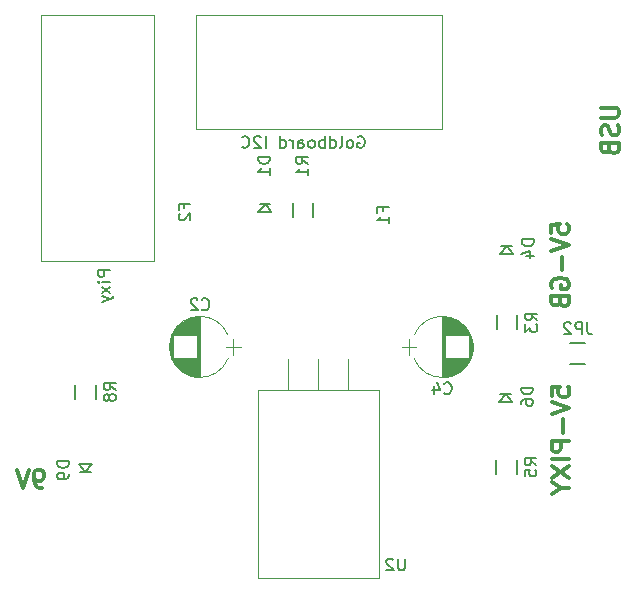
<source format=gbr>
G04 #@! TF.FileFunction,Legend,Bot*
%FSLAX46Y46*%
G04 Gerber Fmt 4.6, Leading zero omitted, Abs format (unit mm)*
G04 Created by KiCad (PCBNEW 4.0.7-e2-6376~58~ubuntu16.04.1) date Thu Nov  2 10:40:48 2017*
%MOMM*%
%LPD*%
G01*
G04 APERTURE LIST*
%ADD10C,0.100000*%
%ADD11C,0.300000*%
%ADD12C,0.120000*%
%ADD13C,0.150000*%
G04 APERTURE END LIST*
D10*
D11*
X150867571Y-109460943D02*
X152081857Y-109460943D01*
X152224714Y-109532371D01*
X152296143Y-109603800D01*
X152367571Y-109746657D01*
X152367571Y-110032371D01*
X152296143Y-110175229D01*
X152224714Y-110246657D01*
X152081857Y-110318086D01*
X150867571Y-110318086D01*
X152296143Y-110960943D02*
X152367571Y-111175229D01*
X152367571Y-111532372D01*
X152296143Y-111675229D01*
X152224714Y-111746658D01*
X152081857Y-111818086D01*
X151939000Y-111818086D01*
X151796143Y-111746658D01*
X151724714Y-111675229D01*
X151653286Y-111532372D01*
X151581857Y-111246658D01*
X151510429Y-111103800D01*
X151439000Y-111032372D01*
X151296143Y-110960943D01*
X151153286Y-110960943D01*
X151010429Y-111032372D01*
X150939000Y-111103800D01*
X150867571Y-111246658D01*
X150867571Y-111603800D01*
X150939000Y-111818086D01*
X151581857Y-112960943D02*
X151653286Y-113175229D01*
X151724714Y-113246657D01*
X151867571Y-113318086D01*
X152081857Y-113318086D01*
X152224714Y-113246657D01*
X152296143Y-113175229D01*
X152367571Y-113032371D01*
X152367571Y-112460943D01*
X150867571Y-112460943D01*
X150867571Y-112960943D01*
X150939000Y-113103800D01*
X151010429Y-113175229D01*
X151153286Y-113246657D01*
X151296143Y-113246657D01*
X151439000Y-113175229D01*
X151510429Y-113103800D01*
X151581857Y-112960943D01*
X151581857Y-112460943D01*
X146676571Y-120069515D02*
X146676571Y-119355229D01*
X147390857Y-119283800D01*
X147319429Y-119355229D01*
X147248000Y-119498086D01*
X147248000Y-119855229D01*
X147319429Y-119998086D01*
X147390857Y-120069515D01*
X147533714Y-120140943D01*
X147890857Y-120140943D01*
X148033714Y-120069515D01*
X148105143Y-119998086D01*
X148176571Y-119855229D01*
X148176571Y-119498086D01*
X148105143Y-119355229D01*
X148033714Y-119283800D01*
X146676571Y-120569514D02*
X148176571Y-121069514D01*
X146676571Y-121569514D01*
X147605143Y-122069514D02*
X147605143Y-123212371D01*
X146748000Y-124712371D02*
X146676571Y-124569514D01*
X146676571Y-124355228D01*
X146748000Y-124140943D01*
X146890857Y-123998085D01*
X147033714Y-123926657D01*
X147319429Y-123855228D01*
X147533714Y-123855228D01*
X147819429Y-123926657D01*
X147962286Y-123998085D01*
X148105143Y-124140943D01*
X148176571Y-124355228D01*
X148176571Y-124498085D01*
X148105143Y-124712371D01*
X148033714Y-124783800D01*
X147533714Y-124783800D01*
X147533714Y-124498085D01*
X147390857Y-125926657D02*
X147462286Y-126140943D01*
X147533714Y-126212371D01*
X147676571Y-126283800D01*
X147890857Y-126283800D01*
X148033714Y-126212371D01*
X148105143Y-126140943D01*
X148176571Y-125998085D01*
X148176571Y-125426657D01*
X146676571Y-125426657D01*
X146676571Y-125926657D01*
X146748000Y-126069514D01*
X146819429Y-126140943D01*
X146962286Y-126212371D01*
X147105143Y-126212371D01*
X147248000Y-126140943D01*
X147319429Y-126069514D01*
X147390857Y-125926657D01*
X147390857Y-125426657D01*
X146701971Y-133862630D02*
X146701971Y-133148344D01*
X147416257Y-133076915D01*
X147344829Y-133148344D01*
X147273400Y-133291201D01*
X147273400Y-133648344D01*
X147344829Y-133791201D01*
X147416257Y-133862630D01*
X147559114Y-133934058D01*
X147916257Y-133934058D01*
X148059114Y-133862630D01*
X148130543Y-133791201D01*
X148201971Y-133648344D01*
X148201971Y-133291201D01*
X148130543Y-133148344D01*
X148059114Y-133076915D01*
X146701971Y-134362629D02*
X148201971Y-134862629D01*
X146701971Y-135362629D01*
X147630543Y-135862629D02*
X147630543Y-137005486D01*
X148201971Y-137719772D02*
X146701971Y-137719772D01*
X146701971Y-138291200D01*
X146773400Y-138434058D01*
X146844829Y-138505486D01*
X146987686Y-138576915D01*
X147201971Y-138576915D01*
X147344829Y-138505486D01*
X147416257Y-138434058D01*
X147487686Y-138291200D01*
X147487686Y-137719772D01*
X148201971Y-139219772D02*
X146701971Y-139219772D01*
X146701971Y-139791201D02*
X148201971Y-140791201D01*
X146701971Y-140791201D02*
X148201971Y-139791201D01*
X147487686Y-141648343D02*
X148201971Y-141648343D01*
X146701971Y-141148343D02*
X147487686Y-141648343D01*
X146701971Y-142148343D01*
X103570171Y-141623371D02*
X103284456Y-141623371D01*
X103141599Y-141551943D01*
X103070171Y-141480514D01*
X102927313Y-141266229D01*
X102855885Y-140980514D01*
X102855885Y-140409086D01*
X102927313Y-140266229D01*
X102998742Y-140194800D01*
X103141599Y-140123371D01*
X103427313Y-140123371D01*
X103570171Y-140194800D01*
X103641599Y-140266229D01*
X103713028Y-140409086D01*
X103713028Y-140766229D01*
X103641599Y-140909086D01*
X103570171Y-140980514D01*
X103427313Y-141051943D01*
X103141599Y-141051943D01*
X102998742Y-140980514D01*
X102927313Y-140909086D01*
X102855885Y-140766229D01*
X102427314Y-140123371D02*
X101927314Y-141623371D01*
X101427314Y-140123371D01*
D12*
X114514137Y-128736600D02*
G75*
G02X119308436Y-128738000I2396863J-981400D01*
G01*
X114514137Y-130699400D02*
G75*
G03X119308436Y-130698000I2396863J981400D01*
G01*
X114514137Y-130699400D02*
G75*
G02X114513564Y-128738000I2396863J981400D01*
G01*
X116911000Y-127168000D02*
X116911000Y-132268000D01*
X116871000Y-127168000D02*
X116871000Y-132268000D01*
X116831000Y-127169000D02*
X116831000Y-132267000D01*
X116791000Y-127170000D02*
X116791000Y-132266000D01*
X116751000Y-127172000D02*
X116751000Y-132264000D01*
X116711000Y-127175000D02*
X116711000Y-132261000D01*
X116671000Y-127179000D02*
X116671000Y-132257000D01*
X116631000Y-127183000D02*
X116631000Y-128738000D01*
X116631000Y-130698000D02*
X116631000Y-132253000D01*
X116591000Y-127187000D02*
X116591000Y-128738000D01*
X116591000Y-130698000D02*
X116591000Y-132249000D01*
X116551000Y-127193000D02*
X116551000Y-128738000D01*
X116551000Y-130698000D02*
X116551000Y-132243000D01*
X116511000Y-127199000D02*
X116511000Y-128738000D01*
X116511000Y-130698000D02*
X116511000Y-132237000D01*
X116471000Y-127205000D02*
X116471000Y-128738000D01*
X116471000Y-130698000D02*
X116471000Y-132231000D01*
X116431000Y-127212000D02*
X116431000Y-128738000D01*
X116431000Y-130698000D02*
X116431000Y-132224000D01*
X116391000Y-127220000D02*
X116391000Y-128738000D01*
X116391000Y-130698000D02*
X116391000Y-132216000D01*
X116351000Y-127229000D02*
X116351000Y-128738000D01*
X116351000Y-130698000D02*
X116351000Y-132207000D01*
X116311000Y-127238000D02*
X116311000Y-128738000D01*
X116311000Y-130698000D02*
X116311000Y-132198000D01*
X116271000Y-127248000D02*
X116271000Y-128738000D01*
X116271000Y-130698000D02*
X116271000Y-132188000D01*
X116231000Y-127258000D02*
X116231000Y-128738000D01*
X116231000Y-130698000D02*
X116231000Y-132178000D01*
X116190000Y-127270000D02*
X116190000Y-128738000D01*
X116190000Y-130698000D02*
X116190000Y-132166000D01*
X116150000Y-127282000D02*
X116150000Y-128738000D01*
X116150000Y-130698000D02*
X116150000Y-132154000D01*
X116110000Y-127294000D02*
X116110000Y-128738000D01*
X116110000Y-130698000D02*
X116110000Y-132142000D01*
X116070000Y-127308000D02*
X116070000Y-128738000D01*
X116070000Y-130698000D02*
X116070000Y-132128000D01*
X116030000Y-127322000D02*
X116030000Y-128738000D01*
X116030000Y-130698000D02*
X116030000Y-132114000D01*
X115990000Y-127336000D02*
X115990000Y-128738000D01*
X115990000Y-130698000D02*
X115990000Y-132100000D01*
X115950000Y-127352000D02*
X115950000Y-128738000D01*
X115950000Y-130698000D02*
X115950000Y-132084000D01*
X115910000Y-127368000D02*
X115910000Y-128738000D01*
X115910000Y-130698000D02*
X115910000Y-132068000D01*
X115870000Y-127385000D02*
X115870000Y-128738000D01*
X115870000Y-130698000D02*
X115870000Y-132051000D01*
X115830000Y-127403000D02*
X115830000Y-128738000D01*
X115830000Y-130698000D02*
X115830000Y-132033000D01*
X115790000Y-127422000D02*
X115790000Y-128738000D01*
X115790000Y-130698000D02*
X115790000Y-132014000D01*
X115750000Y-127442000D02*
X115750000Y-128738000D01*
X115750000Y-130698000D02*
X115750000Y-131994000D01*
X115710000Y-127462000D02*
X115710000Y-128738000D01*
X115710000Y-130698000D02*
X115710000Y-131974000D01*
X115670000Y-127484000D02*
X115670000Y-128738000D01*
X115670000Y-130698000D02*
X115670000Y-131952000D01*
X115630000Y-127506000D02*
X115630000Y-128738000D01*
X115630000Y-130698000D02*
X115630000Y-131930000D01*
X115590000Y-127529000D02*
X115590000Y-128738000D01*
X115590000Y-130698000D02*
X115590000Y-131907000D01*
X115550000Y-127553000D02*
X115550000Y-128738000D01*
X115550000Y-130698000D02*
X115550000Y-131883000D01*
X115510000Y-127578000D02*
X115510000Y-128738000D01*
X115510000Y-130698000D02*
X115510000Y-131858000D01*
X115470000Y-127605000D02*
X115470000Y-128738000D01*
X115470000Y-130698000D02*
X115470000Y-131831000D01*
X115430000Y-127632000D02*
X115430000Y-128738000D01*
X115430000Y-130698000D02*
X115430000Y-131804000D01*
X115390000Y-127660000D02*
X115390000Y-128738000D01*
X115390000Y-130698000D02*
X115390000Y-131776000D01*
X115350000Y-127690000D02*
X115350000Y-128738000D01*
X115350000Y-130698000D02*
X115350000Y-131746000D01*
X115310000Y-127721000D02*
X115310000Y-128738000D01*
X115310000Y-130698000D02*
X115310000Y-131715000D01*
X115270000Y-127753000D02*
X115270000Y-128738000D01*
X115270000Y-130698000D02*
X115270000Y-131683000D01*
X115230000Y-127786000D02*
X115230000Y-128738000D01*
X115230000Y-130698000D02*
X115230000Y-131650000D01*
X115190000Y-127821000D02*
X115190000Y-128738000D01*
X115190000Y-130698000D02*
X115190000Y-131615000D01*
X115150000Y-127857000D02*
X115150000Y-128738000D01*
X115150000Y-130698000D02*
X115150000Y-131579000D01*
X115110000Y-127895000D02*
X115110000Y-128738000D01*
X115110000Y-130698000D02*
X115110000Y-131541000D01*
X115070000Y-127935000D02*
X115070000Y-128738000D01*
X115070000Y-130698000D02*
X115070000Y-131501000D01*
X115030000Y-127976000D02*
X115030000Y-128738000D01*
X115030000Y-130698000D02*
X115030000Y-131460000D01*
X114990000Y-128019000D02*
X114990000Y-128738000D01*
X114990000Y-130698000D02*
X114990000Y-131417000D01*
X114950000Y-128064000D02*
X114950000Y-128738000D01*
X114950000Y-130698000D02*
X114950000Y-131372000D01*
X114910000Y-128112000D02*
X114910000Y-128738000D01*
X114910000Y-130698000D02*
X114910000Y-131324000D01*
X114870000Y-128162000D02*
X114870000Y-128738000D01*
X114870000Y-130698000D02*
X114870000Y-131274000D01*
X114830000Y-128214000D02*
X114830000Y-128738000D01*
X114830000Y-130698000D02*
X114830000Y-131222000D01*
X114790000Y-128270000D02*
X114790000Y-128738000D01*
X114790000Y-130698000D02*
X114790000Y-131166000D01*
X114750000Y-128328000D02*
X114750000Y-128738000D01*
X114750000Y-130698000D02*
X114750000Y-131108000D01*
X114710000Y-128391000D02*
X114710000Y-128738000D01*
X114710000Y-130698000D02*
X114710000Y-131045000D01*
X114670000Y-128457000D02*
X114670000Y-130979000D01*
X114630000Y-128529000D02*
X114630000Y-130907000D01*
X114590000Y-128606000D02*
X114590000Y-130830000D01*
X114550000Y-128690000D02*
X114550000Y-130746000D01*
X114510000Y-128784000D02*
X114510000Y-130652000D01*
X114470000Y-128889000D02*
X114470000Y-130547000D01*
X114430000Y-129011000D02*
X114430000Y-130425000D01*
X114390000Y-129159000D02*
X114390000Y-130277000D01*
X114350000Y-129364000D02*
X114350000Y-130072000D01*
X120361000Y-129718000D02*
X119161000Y-129718000D01*
X119761000Y-129068000D02*
X119761000Y-130368000D01*
X139841863Y-130699400D02*
G75*
G02X135047564Y-130698000I-2396863J981400D01*
G01*
X139841863Y-128736600D02*
G75*
G03X135047564Y-128738000I-2396863J-981400D01*
G01*
X139841863Y-128736600D02*
G75*
G02X139842436Y-130698000I-2396863J-981400D01*
G01*
X137445000Y-132268000D02*
X137445000Y-127168000D01*
X137485000Y-132268000D02*
X137485000Y-127168000D01*
X137525000Y-132267000D02*
X137525000Y-127169000D01*
X137565000Y-132266000D02*
X137565000Y-127170000D01*
X137605000Y-132264000D02*
X137605000Y-127172000D01*
X137645000Y-132261000D02*
X137645000Y-127175000D01*
X137685000Y-132257000D02*
X137685000Y-127179000D01*
X137725000Y-132253000D02*
X137725000Y-130698000D01*
X137725000Y-128738000D02*
X137725000Y-127183000D01*
X137765000Y-132249000D02*
X137765000Y-130698000D01*
X137765000Y-128738000D02*
X137765000Y-127187000D01*
X137805000Y-132243000D02*
X137805000Y-130698000D01*
X137805000Y-128738000D02*
X137805000Y-127193000D01*
X137845000Y-132237000D02*
X137845000Y-130698000D01*
X137845000Y-128738000D02*
X137845000Y-127199000D01*
X137885000Y-132231000D02*
X137885000Y-130698000D01*
X137885000Y-128738000D02*
X137885000Y-127205000D01*
X137925000Y-132224000D02*
X137925000Y-130698000D01*
X137925000Y-128738000D02*
X137925000Y-127212000D01*
X137965000Y-132216000D02*
X137965000Y-130698000D01*
X137965000Y-128738000D02*
X137965000Y-127220000D01*
X138005000Y-132207000D02*
X138005000Y-130698000D01*
X138005000Y-128738000D02*
X138005000Y-127229000D01*
X138045000Y-132198000D02*
X138045000Y-130698000D01*
X138045000Y-128738000D02*
X138045000Y-127238000D01*
X138085000Y-132188000D02*
X138085000Y-130698000D01*
X138085000Y-128738000D02*
X138085000Y-127248000D01*
X138125000Y-132178000D02*
X138125000Y-130698000D01*
X138125000Y-128738000D02*
X138125000Y-127258000D01*
X138166000Y-132166000D02*
X138166000Y-130698000D01*
X138166000Y-128738000D02*
X138166000Y-127270000D01*
X138206000Y-132154000D02*
X138206000Y-130698000D01*
X138206000Y-128738000D02*
X138206000Y-127282000D01*
X138246000Y-132142000D02*
X138246000Y-130698000D01*
X138246000Y-128738000D02*
X138246000Y-127294000D01*
X138286000Y-132128000D02*
X138286000Y-130698000D01*
X138286000Y-128738000D02*
X138286000Y-127308000D01*
X138326000Y-132114000D02*
X138326000Y-130698000D01*
X138326000Y-128738000D02*
X138326000Y-127322000D01*
X138366000Y-132100000D02*
X138366000Y-130698000D01*
X138366000Y-128738000D02*
X138366000Y-127336000D01*
X138406000Y-132084000D02*
X138406000Y-130698000D01*
X138406000Y-128738000D02*
X138406000Y-127352000D01*
X138446000Y-132068000D02*
X138446000Y-130698000D01*
X138446000Y-128738000D02*
X138446000Y-127368000D01*
X138486000Y-132051000D02*
X138486000Y-130698000D01*
X138486000Y-128738000D02*
X138486000Y-127385000D01*
X138526000Y-132033000D02*
X138526000Y-130698000D01*
X138526000Y-128738000D02*
X138526000Y-127403000D01*
X138566000Y-132014000D02*
X138566000Y-130698000D01*
X138566000Y-128738000D02*
X138566000Y-127422000D01*
X138606000Y-131994000D02*
X138606000Y-130698000D01*
X138606000Y-128738000D02*
X138606000Y-127442000D01*
X138646000Y-131974000D02*
X138646000Y-130698000D01*
X138646000Y-128738000D02*
X138646000Y-127462000D01*
X138686000Y-131952000D02*
X138686000Y-130698000D01*
X138686000Y-128738000D02*
X138686000Y-127484000D01*
X138726000Y-131930000D02*
X138726000Y-130698000D01*
X138726000Y-128738000D02*
X138726000Y-127506000D01*
X138766000Y-131907000D02*
X138766000Y-130698000D01*
X138766000Y-128738000D02*
X138766000Y-127529000D01*
X138806000Y-131883000D02*
X138806000Y-130698000D01*
X138806000Y-128738000D02*
X138806000Y-127553000D01*
X138846000Y-131858000D02*
X138846000Y-130698000D01*
X138846000Y-128738000D02*
X138846000Y-127578000D01*
X138886000Y-131831000D02*
X138886000Y-130698000D01*
X138886000Y-128738000D02*
X138886000Y-127605000D01*
X138926000Y-131804000D02*
X138926000Y-130698000D01*
X138926000Y-128738000D02*
X138926000Y-127632000D01*
X138966000Y-131776000D02*
X138966000Y-130698000D01*
X138966000Y-128738000D02*
X138966000Y-127660000D01*
X139006000Y-131746000D02*
X139006000Y-130698000D01*
X139006000Y-128738000D02*
X139006000Y-127690000D01*
X139046000Y-131715000D02*
X139046000Y-130698000D01*
X139046000Y-128738000D02*
X139046000Y-127721000D01*
X139086000Y-131683000D02*
X139086000Y-130698000D01*
X139086000Y-128738000D02*
X139086000Y-127753000D01*
X139126000Y-131650000D02*
X139126000Y-130698000D01*
X139126000Y-128738000D02*
X139126000Y-127786000D01*
X139166000Y-131615000D02*
X139166000Y-130698000D01*
X139166000Y-128738000D02*
X139166000Y-127821000D01*
X139206000Y-131579000D02*
X139206000Y-130698000D01*
X139206000Y-128738000D02*
X139206000Y-127857000D01*
X139246000Y-131541000D02*
X139246000Y-130698000D01*
X139246000Y-128738000D02*
X139246000Y-127895000D01*
X139286000Y-131501000D02*
X139286000Y-130698000D01*
X139286000Y-128738000D02*
X139286000Y-127935000D01*
X139326000Y-131460000D02*
X139326000Y-130698000D01*
X139326000Y-128738000D02*
X139326000Y-127976000D01*
X139366000Y-131417000D02*
X139366000Y-130698000D01*
X139366000Y-128738000D02*
X139366000Y-128019000D01*
X139406000Y-131372000D02*
X139406000Y-130698000D01*
X139406000Y-128738000D02*
X139406000Y-128064000D01*
X139446000Y-131324000D02*
X139446000Y-130698000D01*
X139446000Y-128738000D02*
X139446000Y-128112000D01*
X139486000Y-131274000D02*
X139486000Y-130698000D01*
X139486000Y-128738000D02*
X139486000Y-128162000D01*
X139526000Y-131222000D02*
X139526000Y-130698000D01*
X139526000Y-128738000D02*
X139526000Y-128214000D01*
X139566000Y-131166000D02*
X139566000Y-130698000D01*
X139566000Y-128738000D02*
X139566000Y-128270000D01*
X139606000Y-131108000D02*
X139606000Y-130698000D01*
X139606000Y-128738000D02*
X139606000Y-128328000D01*
X139646000Y-131045000D02*
X139646000Y-130698000D01*
X139646000Y-128738000D02*
X139646000Y-128391000D01*
X139686000Y-130979000D02*
X139686000Y-128457000D01*
X139726000Y-130907000D02*
X139726000Y-128529000D01*
X139766000Y-130830000D02*
X139766000Y-128606000D01*
X139806000Y-130746000D02*
X139806000Y-128690000D01*
X139846000Y-130652000D02*
X139846000Y-128784000D01*
X139886000Y-130547000D02*
X139886000Y-128889000D01*
X139926000Y-130425000D02*
X139926000Y-129011000D01*
X139966000Y-130277000D02*
X139966000Y-129159000D01*
X140006000Y-130072000D02*
X140006000Y-129364000D01*
X133995000Y-129718000D02*
X135195000Y-129718000D01*
X134595000Y-130368000D02*
X134595000Y-129068000D01*
D13*
X121979000Y-117634000D02*
X122879000Y-117634000D01*
X122479000Y-117634000D02*
X121879000Y-118334000D01*
X121879000Y-118334000D02*
X122979000Y-118334000D01*
X122979000Y-118334000D02*
X122479000Y-117634000D01*
X142426000Y-121162000D02*
X143326000Y-121162000D01*
X142926000Y-121162000D02*
X142326000Y-121862000D01*
X142326000Y-121862000D02*
X143426000Y-121862000D01*
X143426000Y-121862000D02*
X142926000Y-121162000D01*
X142362500Y-133699500D02*
X143262500Y-133699500D01*
X142862500Y-133699500D02*
X142262500Y-134399500D01*
X142262500Y-134399500D02*
X143362500Y-134399500D01*
X143362500Y-134399500D02*
X142862500Y-133699500D01*
X107675500Y-140341500D02*
X106775500Y-140341500D01*
X107175500Y-140341500D02*
X107775500Y-139641500D01*
X107775500Y-139641500D02*
X106675500Y-139641500D01*
X106675500Y-139641500D02*
X107175500Y-140341500D01*
D12*
X116590000Y-111230000D02*
X137410000Y-111230000D01*
X137410000Y-111230000D02*
X137410000Y-101630000D01*
X137410000Y-101630000D02*
X116590000Y-101630000D01*
X116590000Y-101630000D02*
X116590000Y-111230000D01*
X103455000Y-101591500D02*
X103455000Y-122411500D01*
X103455000Y-122411500D02*
X113055000Y-122411500D01*
X113055000Y-122411500D02*
X113055000Y-101591500D01*
X113055000Y-101591500D02*
X103455000Y-101591500D01*
D13*
X148295000Y-131164500D02*
X149495000Y-131164500D01*
X149495000Y-129414500D02*
X148295000Y-129414500D01*
X124779000Y-117561000D02*
X124779000Y-118761000D01*
X126529000Y-118761000D02*
X126529000Y-117561000D01*
X142051000Y-127039000D02*
X142051000Y-128239000D01*
X143801000Y-128239000D02*
X143801000Y-127039000D01*
X141987500Y-139294500D02*
X141987500Y-140494500D01*
X143737500Y-140494500D02*
X143737500Y-139294500D01*
X106364000Y-132911500D02*
X106364000Y-134111500D01*
X108114000Y-134111500D02*
X108114000Y-132911500D01*
D12*
X121804000Y-133408000D02*
X132044000Y-133408000D01*
X121804000Y-149298000D02*
X132044000Y-149298000D01*
X121804000Y-149298000D02*
X121804000Y-133408000D01*
X132044000Y-149298000D02*
X132044000Y-133408000D01*
X124384000Y-133408000D02*
X124384000Y-130768000D01*
X126924000Y-133408000D02*
X126924000Y-130784000D01*
X129464000Y-133408000D02*
X129464000Y-130784000D01*
D13*
X117077666Y-126515143D02*
X117125285Y-126562762D01*
X117268142Y-126610381D01*
X117363380Y-126610381D01*
X117506238Y-126562762D01*
X117601476Y-126467524D01*
X117649095Y-126372286D01*
X117696714Y-126181810D01*
X117696714Y-126038952D01*
X117649095Y-125848476D01*
X117601476Y-125753238D01*
X117506238Y-125658000D01*
X117363380Y-125610381D01*
X117268142Y-125610381D01*
X117125285Y-125658000D01*
X117077666Y-125705619D01*
X116696714Y-125705619D02*
X116649095Y-125658000D01*
X116553857Y-125610381D01*
X116315761Y-125610381D01*
X116220523Y-125658000D01*
X116172904Y-125705619D01*
X116125285Y-125800857D01*
X116125285Y-125896095D01*
X116172904Y-126038952D01*
X116744333Y-126610381D01*
X116125285Y-126610381D01*
X137611666Y-133635143D02*
X137659285Y-133682762D01*
X137802142Y-133730381D01*
X137897380Y-133730381D01*
X138040238Y-133682762D01*
X138135476Y-133587524D01*
X138183095Y-133492286D01*
X138230714Y-133301810D01*
X138230714Y-133158952D01*
X138183095Y-132968476D01*
X138135476Y-132873238D01*
X138040238Y-132778000D01*
X137897380Y-132730381D01*
X137802142Y-132730381D01*
X137659285Y-132778000D01*
X137611666Y-132825619D01*
X136754523Y-133063714D02*
X136754523Y-133730381D01*
X136992619Y-132682762D02*
X137230714Y-133397048D01*
X136611666Y-133397048D01*
X122855181Y-113638305D02*
X121855181Y-113638305D01*
X121855181Y-113876400D01*
X121902800Y-114019258D01*
X121998038Y-114114496D01*
X122093276Y-114162115D01*
X122283752Y-114209734D01*
X122426610Y-114209734D01*
X122617086Y-114162115D01*
X122712324Y-114114496D01*
X122807562Y-114019258D01*
X122855181Y-113876400D01*
X122855181Y-113638305D01*
X122855181Y-115162115D02*
X122855181Y-114590686D01*
X122855181Y-114876400D02*
X121855181Y-114876400D01*
X121998038Y-114781162D01*
X122093276Y-114685924D01*
X122140895Y-114590686D01*
X145178381Y-120623905D02*
X144178381Y-120623905D01*
X144178381Y-120862000D01*
X144226000Y-121004858D01*
X144321238Y-121100096D01*
X144416476Y-121147715D01*
X144606952Y-121195334D01*
X144749810Y-121195334D01*
X144940286Y-121147715D01*
X145035524Y-121100096D01*
X145130762Y-121004858D01*
X145178381Y-120862000D01*
X145178381Y-120623905D01*
X144511714Y-122052477D02*
X145178381Y-122052477D01*
X144130762Y-121814381D02*
X144845048Y-121576286D01*
X144845048Y-122195334D01*
X145114881Y-133161405D02*
X144114881Y-133161405D01*
X144114881Y-133399500D01*
X144162500Y-133542358D01*
X144257738Y-133637596D01*
X144352976Y-133685215D01*
X144543452Y-133732834D01*
X144686310Y-133732834D01*
X144876786Y-133685215D01*
X144972024Y-133637596D01*
X145067262Y-133542358D01*
X145114881Y-133399500D01*
X145114881Y-133161405D01*
X144114881Y-134589977D02*
X144114881Y-134399500D01*
X144162500Y-134304262D01*
X144210119Y-134256643D01*
X144352976Y-134161405D01*
X144543452Y-134113786D01*
X144924405Y-134113786D01*
X145019643Y-134161405D01*
X145067262Y-134209024D01*
X145114881Y-134304262D01*
X145114881Y-134494739D01*
X145067262Y-134589977D01*
X145019643Y-134637596D01*
X144924405Y-134685215D01*
X144686310Y-134685215D01*
X144591071Y-134637596D01*
X144543452Y-134589977D01*
X144495833Y-134494739D01*
X144495833Y-134304262D01*
X144543452Y-134209024D01*
X144591071Y-134161405D01*
X144686310Y-134113786D01*
X105827881Y-139403405D02*
X104827881Y-139403405D01*
X104827881Y-139641500D01*
X104875500Y-139784358D01*
X104970738Y-139879596D01*
X105065976Y-139927215D01*
X105256452Y-139974834D01*
X105399310Y-139974834D01*
X105589786Y-139927215D01*
X105685024Y-139879596D01*
X105780262Y-139784358D01*
X105827881Y-139641500D01*
X105827881Y-139403405D01*
X105827881Y-140451024D02*
X105827881Y-140641500D01*
X105780262Y-140736739D01*
X105732643Y-140784358D01*
X105589786Y-140879596D01*
X105399310Y-140927215D01*
X105018357Y-140927215D01*
X104923119Y-140879596D01*
X104875500Y-140831977D01*
X104827881Y-140736739D01*
X104827881Y-140546262D01*
X104875500Y-140451024D01*
X104923119Y-140403405D01*
X105018357Y-140355786D01*
X105256452Y-140355786D01*
X105351690Y-140403405D01*
X105399310Y-140451024D01*
X105446929Y-140546262D01*
X105446929Y-140736739D01*
X105399310Y-140831977D01*
X105351690Y-140879596D01*
X105256452Y-140927215D01*
X132400571Y-118208667D02*
X132400571Y-117875333D01*
X132924381Y-117875333D02*
X131924381Y-117875333D01*
X131924381Y-118351524D01*
X132924381Y-119256286D02*
X132924381Y-118684857D01*
X132924381Y-118970571D02*
X131924381Y-118970571D01*
X132067238Y-118875333D01*
X132162476Y-118780095D01*
X132210095Y-118684857D01*
X115600371Y-117954667D02*
X115600371Y-117621333D01*
X116124181Y-117621333D02*
X115124181Y-117621333D01*
X115124181Y-118097524D01*
X115219419Y-118430857D02*
X115171800Y-118478476D01*
X115124181Y-118573714D01*
X115124181Y-118811810D01*
X115171800Y-118907048D01*
X115219419Y-118954667D01*
X115314657Y-119002286D01*
X115409895Y-119002286D01*
X115552752Y-118954667D01*
X116124181Y-118383238D01*
X116124181Y-119002286D01*
X130298448Y-111920600D02*
X130393686Y-111872981D01*
X130536543Y-111872981D01*
X130679401Y-111920600D01*
X130774639Y-112015838D01*
X130822258Y-112111076D01*
X130869877Y-112301552D01*
X130869877Y-112444410D01*
X130822258Y-112634886D01*
X130774639Y-112730124D01*
X130679401Y-112825362D01*
X130536543Y-112872981D01*
X130441305Y-112872981D01*
X130298448Y-112825362D01*
X130250829Y-112777743D01*
X130250829Y-112444410D01*
X130441305Y-112444410D01*
X129679401Y-112872981D02*
X129774639Y-112825362D01*
X129822258Y-112777743D01*
X129869877Y-112682505D01*
X129869877Y-112396790D01*
X129822258Y-112301552D01*
X129774639Y-112253933D01*
X129679401Y-112206314D01*
X129536543Y-112206314D01*
X129441305Y-112253933D01*
X129393686Y-112301552D01*
X129346067Y-112396790D01*
X129346067Y-112682505D01*
X129393686Y-112777743D01*
X129441305Y-112825362D01*
X129536543Y-112872981D01*
X129679401Y-112872981D01*
X128774639Y-112872981D02*
X128869877Y-112825362D01*
X128917496Y-112730124D01*
X128917496Y-111872981D01*
X127965114Y-112872981D02*
X127965114Y-111872981D01*
X127965114Y-112825362D02*
X128060352Y-112872981D01*
X128250829Y-112872981D01*
X128346067Y-112825362D01*
X128393686Y-112777743D01*
X128441305Y-112682505D01*
X128441305Y-112396790D01*
X128393686Y-112301552D01*
X128346067Y-112253933D01*
X128250829Y-112206314D01*
X128060352Y-112206314D01*
X127965114Y-112253933D01*
X127488924Y-112872981D02*
X127488924Y-111872981D01*
X127488924Y-112253933D02*
X127393686Y-112206314D01*
X127203209Y-112206314D01*
X127107971Y-112253933D01*
X127060352Y-112301552D01*
X127012733Y-112396790D01*
X127012733Y-112682505D01*
X127060352Y-112777743D01*
X127107971Y-112825362D01*
X127203209Y-112872981D01*
X127393686Y-112872981D01*
X127488924Y-112825362D01*
X126441305Y-112872981D02*
X126536543Y-112825362D01*
X126584162Y-112777743D01*
X126631781Y-112682505D01*
X126631781Y-112396790D01*
X126584162Y-112301552D01*
X126536543Y-112253933D01*
X126441305Y-112206314D01*
X126298447Y-112206314D01*
X126203209Y-112253933D01*
X126155590Y-112301552D01*
X126107971Y-112396790D01*
X126107971Y-112682505D01*
X126155590Y-112777743D01*
X126203209Y-112825362D01*
X126298447Y-112872981D01*
X126441305Y-112872981D01*
X125250828Y-112872981D02*
X125250828Y-112349171D01*
X125298447Y-112253933D01*
X125393685Y-112206314D01*
X125584162Y-112206314D01*
X125679400Y-112253933D01*
X125250828Y-112825362D02*
X125346066Y-112872981D01*
X125584162Y-112872981D01*
X125679400Y-112825362D01*
X125727019Y-112730124D01*
X125727019Y-112634886D01*
X125679400Y-112539648D01*
X125584162Y-112492029D01*
X125346066Y-112492029D01*
X125250828Y-112444410D01*
X124774638Y-112872981D02*
X124774638Y-112206314D01*
X124774638Y-112396790D02*
X124727019Y-112301552D01*
X124679400Y-112253933D01*
X124584162Y-112206314D01*
X124488923Y-112206314D01*
X123727018Y-112872981D02*
X123727018Y-111872981D01*
X123727018Y-112825362D02*
X123822256Y-112872981D01*
X124012733Y-112872981D01*
X124107971Y-112825362D01*
X124155590Y-112777743D01*
X124203209Y-112682505D01*
X124203209Y-112396790D01*
X124155590Y-112301552D01*
X124107971Y-112253933D01*
X124012733Y-112206314D01*
X123822256Y-112206314D01*
X123727018Y-112253933D01*
X122488923Y-112872981D02*
X122488923Y-111872981D01*
X122060352Y-111968219D02*
X122012733Y-111920600D01*
X121917495Y-111872981D01*
X121679399Y-111872981D01*
X121584161Y-111920600D01*
X121536542Y-111968219D01*
X121488923Y-112063457D01*
X121488923Y-112158695D01*
X121536542Y-112301552D01*
X122107971Y-112872981D01*
X121488923Y-112872981D01*
X120488923Y-112777743D02*
X120536542Y-112825362D01*
X120679399Y-112872981D01*
X120774637Y-112872981D01*
X120917495Y-112825362D01*
X121012733Y-112730124D01*
X121060352Y-112634886D01*
X121107971Y-112444410D01*
X121107971Y-112301552D01*
X121060352Y-112111076D01*
X121012733Y-112015838D01*
X120917495Y-111920600D01*
X120774637Y-111872981D01*
X120679399Y-111872981D01*
X120536542Y-111920600D01*
X120488923Y-111968219D01*
X109291581Y-123225286D02*
X108291581Y-123225286D01*
X108291581Y-123606239D01*
X108339200Y-123701477D01*
X108386819Y-123749096D01*
X108482057Y-123796715D01*
X108624914Y-123796715D01*
X108720152Y-123749096D01*
X108767771Y-123701477D01*
X108815390Y-123606239D01*
X108815390Y-123225286D01*
X109291581Y-124225286D02*
X108624914Y-124225286D01*
X108291581Y-124225286D02*
X108339200Y-124177667D01*
X108386819Y-124225286D01*
X108339200Y-124272905D01*
X108291581Y-124225286D01*
X108386819Y-124225286D01*
X109291581Y-124606238D02*
X108624914Y-125130048D01*
X108624914Y-124606238D02*
X109291581Y-125130048D01*
X108624914Y-125415762D02*
X109291581Y-125653857D01*
X108624914Y-125891953D02*
X109291581Y-125653857D01*
X109529676Y-125558619D01*
X109577295Y-125511000D01*
X109624914Y-125415762D01*
X149728333Y-127641881D02*
X149728333Y-128356167D01*
X149775953Y-128499024D01*
X149871191Y-128594262D01*
X150014048Y-128641881D01*
X150109286Y-128641881D01*
X149252143Y-128641881D02*
X149252143Y-127641881D01*
X148871190Y-127641881D01*
X148775952Y-127689500D01*
X148728333Y-127737119D01*
X148680714Y-127832357D01*
X148680714Y-127975214D01*
X148728333Y-128070452D01*
X148775952Y-128118071D01*
X148871190Y-128165690D01*
X149252143Y-128165690D01*
X148299762Y-127737119D02*
X148252143Y-127689500D01*
X148156905Y-127641881D01*
X147918809Y-127641881D01*
X147823571Y-127689500D01*
X147775952Y-127737119D01*
X147728333Y-127832357D01*
X147728333Y-127927595D01*
X147775952Y-128070452D01*
X148347381Y-128641881D01*
X147728333Y-128641881D01*
X126055581Y-114235134D02*
X125579390Y-113901800D01*
X126055581Y-113663705D02*
X125055581Y-113663705D01*
X125055581Y-114044658D01*
X125103200Y-114139896D01*
X125150819Y-114187515D01*
X125246057Y-114235134D01*
X125388914Y-114235134D01*
X125484152Y-114187515D01*
X125531771Y-114139896D01*
X125579390Y-114044658D01*
X125579390Y-113663705D01*
X126055581Y-115187515D02*
X126055581Y-114616086D01*
X126055581Y-114901800D02*
X125055581Y-114901800D01*
X125198438Y-114806562D01*
X125293676Y-114711324D01*
X125341295Y-114616086D01*
X145478381Y-127472334D02*
X145002190Y-127139000D01*
X145478381Y-126900905D02*
X144478381Y-126900905D01*
X144478381Y-127281858D01*
X144526000Y-127377096D01*
X144573619Y-127424715D01*
X144668857Y-127472334D01*
X144811714Y-127472334D01*
X144906952Y-127424715D01*
X144954571Y-127377096D01*
X145002190Y-127281858D01*
X145002190Y-126900905D01*
X144478381Y-127805667D02*
X144478381Y-128424715D01*
X144859333Y-128091381D01*
X144859333Y-128234239D01*
X144906952Y-128329477D01*
X144954571Y-128377096D01*
X145049810Y-128424715D01*
X145287905Y-128424715D01*
X145383143Y-128377096D01*
X145430762Y-128329477D01*
X145478381Y-128234239D01*
X145478381Y-127948524D01*
X145430762Y-127853286D01*
X145383143Y-127805667D01*
X145414881Y-139727834D02*
X144938690Y-139394500D01*
X145414881Y-139156405D02*
X144414881Y-139156405D01*
X144414881Y-139537358D01*
X144462500Y-139632596D01*
X144510119Y-139680215D01*
X144605357Y-139727834D01*
X144748214Y-139727834D01*
X144843452Y-139680215D01*
X144891071Y-139632596D01*
X144938690Y-139537358D01*
X144938690Y-139156405D01*
X144414881Y-140632596D02*
X144414881Y-140156405D01*
X144891071Y-140108786D01*
X144843452Y-140156405D01*
X144795833Y-140251643D01*
X144795833Y-140489739D01*
X144843452Y-140584977D01*
X144891071Y-140632596D01*
X144986310Y-140680215D01*
X145224405Y-140680215D01*
X145319643Y-140632596D01*
X145367262Y-140584977D01*
X145414881Y-140489739D01*
X145414881Y-140251643D01*
X145367262Y-140156405D01*
X145319643Y-140108786D01*
X109791381Y-133344834D02*
X109315190Y-133011500D01*
X109791381Y-132773405D02*
X108791381Y-132773405D01*
X108791381Y-133154358D01*
X108839000Y-133249596D01*
X108886619Y-133297215D01*
X108981857Y-133344834D01*
X109124714Y-133344834D01*
X109219952Y-133297215D01*
X109267571Y-133249596D01*
X109315190Y-133154358D01*
X109315190Y-132773405D01*
X109219952Y-133916262D02*
X109172333Y-133821024D01*
X109124714Y-133773405D01*
X109029476Y-133725786D01*
X108981857Y-133725786D01*
X108886619Y-133773405D01*
X108839000Y-133821024D01*
X108791381Y-133916262D01*
X108791381Y-134106739D01*
X108839000Y-134201977D01*
X108886619Y-134249596D01*
X108981857Y-134297215D01*
X109029476Y-134297215D01*
X109124714Y-134249596D01*
X109172333Y-134201977D01*
X109219952Y-134106739D01*
X109219952Y-133916262D01*
X109267571Y-133821024D01*
X109315190Y-133773405D01*
X109410429Y-133725786D01*
X109600905Y-133725786D01*
X109696143Y-133773405D01*
X109743762Y-133821024D01*
X109791381Y-133916262D01*
X109791381Y-134106739D01*
X109743762Y-134201977D01*
X109696143Y-134249596D01*
X109600905Y-134297215D01*
X109410429Y-134297215D01*
X109315190Y-134249596D01*
X109267571Y-134201977D01*
X109219952Y-134106739D01*
X134264505Y-147636181D02*
X134264505Y-148445705D01*
X134216886Y-148540943D01*
X134169267Y-148588562D01*
X134074029Y-148636181D01*
X133883552Y-148636181D01*
X133788314Y-148588562D01*
X133740695Y-148540943D01*
X133693076Y-148445705D01*
X133693076Y-147636181D01*
X133264505Y-147731419D02*
X133216886Y-147683800D01*
X133121648Y-147636181D01*
X132883552Y-147636181D01*
X132788314Y-147683800D01*
X132740695Y-147731419D01*
X132693076Y-147826657D01*
X132693076Y-147921895D01*
X132740695Y-148064752D01*
X133312124Y-148636181D01*
X132693076Y-148636181D01*
M02*

</source>
